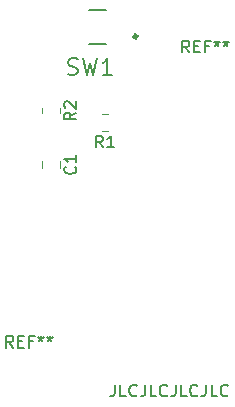
<source format=gbr>
%TF.GenerationSoftware,KiCad,Pcbnew,(6.0.0)*%
%TF.CreationDate,2022-06-01T12:39:38+01:00*%
%TF.ProjectId,shoulderButton,73686f75-6c64-4657-9242-7574746f6e2e,Rev1-F*%
%TF.SameCoordinates,Original*%
%TF.FileFunction,Legend,Top*%
%TF.FilePolarity,Positive*%
%FSLAX46Y46*%
G04 Gerber Fmt 4.6, Leading zero omitted, Abs format (unit mm)*
G04 Created by KiCad (PCBNEW (6.0.0)) date 2022-06-01 12:39:38*
%MOMM*%
%LPD*%
G01*
G04 APERTURE LIST*
%ADD10C,0.150000*%
%ADD11C,0.127000*%
%ADD12C,0.300000*%
%ADD13C,0.120000*%
G04 APERTURE END LIST*
D10*
X46434952Y-78446380D02*
X46434952Y-79160666D01*
X46387333Y-79303523D01*
X46292095Y-79398761D01*
X46149238Y-79446380D01*
X46054000Y-79446380D01*
X47387333Y-79446380D02*
X46911142Y-79446380D01*
X46911142Y-78446380D01*
X48292095Y-79351142D02*
X48244476Y-79398761D01*
X48101619Y-79446380D01*
X48006380Y-79446380D01*
X47863523Y-79398761D01*
X47768285Y-79303523D01*
X47720666Y-79208285D01*
X47673047Y-79017809D01*
X47673047Y-78874952D01*
X47720666Y-78684476D01*
X47768285Y-78589238D01*
X47863523Y-78494000D01*
X48006380Y-78446380D01*
X48101619Y-78446380D01*
X48244476Y-78494000D01*
X48292095Y-78541619D01*
X49006380Y-78446380D02*
X49006380Y-79160666D01*
X48958761Y-79303523D01*
X48863523Y-79398761D01*
X48720666Y-79446380D01*
X48625428Y-79446380D01*
X49958761Y-79446380D02*
X49482571Y-79446380D01*
X49482571Y-78446380D01*
X50863523Y-79351142D02*
X50815904Y-79398761D01*
X50673047Y-79446380D01*
X50577809Y-79446380D01*
X50434952Y-79398761D01*
X50339714Y-79303523D01*
X50292095Y-79208285D01*
X50244476Y-79017809D01*
X50244476Y-78874952D01*
X50292095Y-78684476D01*
X50339714Y-78589238D01*
X50434952Y-78494000D01*
X50577809Y-78446380D01*
X50673047Y-78446380D01*
X50815904Y-78494000D01*
X50863523Y-78541619D01*
X51577809Y-78446380D02*
X51577809Y-79160666D01*
X51530190Y-79303523D01*
X51434952Y-79398761D01*
X51292095Y-79446380D01*
X51196857Y-79446380D01*
X52530190Y-79446380D02*
X52054000Y-79446380D01*
X52054000Y-78446380D01*
X53434952Y-79351142D02*
X53387333Y-79398761D01*
X53244476Y-79446380D01*
X53149238Y-79446380D01*
X53006380Y-79398761D01*
X52911142Y-79303523D01*
X52863523Y-79208285D01*
X52815904Y-79017809D01*
X52815904Y-78874952D01*
X52863523Y-78684476D01*
X52911142Y-78589238D01*
X53006380Y-78494000D01*
X53149238Y-78446380D01*
X53244476Y-78446380D01*
X53387333Y-78494000D01*
X53434952Y-78541619D01*
X54149238Y-78446380D02*
X54149238Y-79160666D01*
X54101619Y-79303523D01*
X54006380Y-79398761D01*
X53863523Y-79446380D01*
X53768285Y-79446380D01*
X55101619Y-79446380D02*
X54625428Y-79446380D01*
X54625428Y-78446380D01*
X56006380Y-79351142D02*
X55958761Y-79398761D01*
X55815904Y-79446380D01*
X55720666Y-79446380D01*
X55577809Y-79398761D01*
X55482571Y-79303523D01*
X55434952Y-79208285D01*
X55387333Y-79017809D01*
X55387333Y-78874952D01*
X55434952Y-78684476D01*
X55482571Y-78589238D01*
X55577809Y-78494000D01*
X55720666Y-78446380D01*
X55815904Y-78446380D01*
X55958761Y-78494000D01*
X56006380Y-78541619D01*
%TO.C,SW1*%
X42476227Y-52170264D02*
X42676457Y-52237008D01*
X43010175Y-52237008D01*
X43143662Y-52170264D01*
X43210406Y-52103521D01*
X43277149Y-51970034D01*
X43277149Y-51836547D01*
X43210406Y-51703060D01*
X43143662Y-51636316D01*
X43010175Y-51569573D01*
X42743201Y-51502829D01*
X42609714Y-51436086D01*
X42542970Y-51369342D01*
X42476227Y-51235855D01*
X42476227Y-51102368D01*
X42542970Y-50968881D01*
X42609714Y-50902138D01*
X42743201Y-50835394D01*
X43076919Y-50835394D01*
X43277149Y-50902138D01*
X43744354Y-50835394D02*
X44078071Y-52237008D01*
X44345046Y-51235855D01*
X44612020Y-52237008D01*
X44945737Y-50835394D01*
X46213864Y-52237008D02*
X45412942Y-52237008D01*
X45813403Y-52237008D02*
X45813403Y-50835394D01*
X45679916Y-51035625D01*
X45546429Y-51169112D01*
X45412942Y-51235855D01*
%TO.C,C1*%
X43074142Y-59983666D02*
X43121761Y-60031285D01*
X43169380Y-60174142D01*
X43169380Y-60269380D01*
X43121761Y-60412238D01*
X43026523Y-60507476D01*
X42931285Y-60555095D01*
X42740809Y-60602714D01*
X42597952Y-60602714D01*
X42407476Y-60555095D01*
X42312238Y-60507476D01*
X42217000Y-60412238D01*
X42169380Y-60269380D01*
X42169380Y-60174142D01*
X42217000Y-60031285D01*
X42264619Y-59983666D01*
X43169380Y-59031285D02*
X43169380Y-59602714D01*
X43169380Y-59317000D02*
X42169380Y-59317000D01*
X42312238Y-59412238D01*
X42407476Y-59507476D01*
X42455095Y-59602714D01*
%TO.C,REF\u002A\u002A*%
X52732667Y-50314381D02*
X52399334Y-49838191D01*
X52161239Y-50314381D02*
X52161239Y-49314381D01*
X52542191Y-49314381D01*
X52637429Y-49362001D01*
X52685048Y-49409620D01*
X52732667Y-49504858D01*
X52732667Y-49647715D01*
X52685048Y-49742953D01*
X52637429Y-49790572D01*
X52542191Y-49838191D01*
X52161239Y-49838191D01*
X53161239Y-49790572D02*
X53494572Y-49790572D01*
X53637429Y-50314381D02*
X53161239Y-50314381D01*
X53161239Y-49314381D01*
X53637429Y-49314381D01*
X54399334Y-49790572D02*
X54066001Y-49790572D01*
X54066001Y-50314381D02*
X54066001Y-49314381D01*
X54542191Y-49314381D01*
X55066001Y-49314381D02*
X55066001Y-49552477D01*
X54827905Y-49457239D02*
X55066001Y-49552477D01*
X55304096Y-49457239D01*
X54923143Y-49742953D02*
X55066001Y-49552477D01*
X55208858Y-49742953D01*
X55827905Y-49314381D02*
X55827905Y-49552477D01*
X55589810Y-49457239D02*
X55827905Y-49552477D01*
X56066001Y-49457239D01*
X55685048Y-49742953D02*
X55827905Y-49552477D01*
X55970762Y-49742953D01*
%TO.C,R2*%
X43139380Y-55411666D02*
X42663190Y-55745000D01*
X43139380Y-55983095D02*
X42139380Y-55983095D01*
X42139380Y-55602142D01*
X42187000Y-55506904D01*
X42234619Y-55459285D01*
X42329857Y-55411666D01*
X42472714Y-55411666D01*
X42567952Y-55459285D01*
X42615571Y-55506904D01*
X42663190Y-55602142D01*
X42663190Y-55983095D01*
X42234619Y-55030714D02*
X42187000Y-54983095D01*
X42139380Y-54887857D01*
X42139380Y-54649761D01*
X42187000Y-54554523D01*
X42234619Y-54506904D01*
X42329857Y-54459285D01*
X42425095Y-54459285D01*
X42567952Y-54506904D01*
X43139380Y-55078333D01*
X43139380Y-54459285D01*
%TO.C,R1*%
X45426333Y-58363380D02*
X45093000Y-57887190D01*
X44854904Y-58363380D02*
X44854904Y-57363380D01*
X45235857Y-57363380D01*
X45331095Y-57411000D01*
X45378714Y-57458619D01*
X45426333Y-57553857D01*
X45426333Y-57696714D01*
X45378714Y-57791952D01*
X45331095Y-57839571D01*
X45235857Y-57887190D01*
X44854904Y-57887190D01*
X46378714Y-58363380D02*
X45807285Y-58363380D01*
X46093000Y-58363380D02*
X46093000Y-57363380D01*
X45997761Y-57506238D01*
X45902523Y-57601476D01*
X45807285Y-57649095D01*
%TO.C,REF\u002A\u002A*%
X37835667Y-75308381D02*
X37502334Y-74832191D01*
X37264239Y-75308381D02*
X37264239Y-74308381D01*
X37645191Y-74308381D01*
X37740429Y-74356001D01*
X37788048Y-74403620D01*
X37835667Y-74498858D01*
X37835667Y-74641715D01*
X37788048Y-74736953D01*
X37740429Y-74784572D01*
X37645191Y-74832191D01*
X37264239Y-74832191D01*
X38264239Y-74784572D02*
X38597572Y-74784572D01*
X38740429Y-75308381D02*
X38264239Y-75308381D01*
X38264239Y-74308381D01*
X38740429Y-74308381D01*
X39502334Y-74784572D02*
X39169001Y-74784572D01*
X39169001Y-75308381D02*
X39169001Y-74308381D01*
X39645191Y-74308381D01*
X40169001Y-74308381D02*
X40169001Y-74546477D01*
X39930905Y-74451239D02*
X40169001Y-74546477D01*
X40407096Y-74451239D01*
X40026143Y-74736953D02*
X40169001Y-74546477D01*
X40311858Y-74736953D01*
X40930905Y-74308381D02*
X40930905Y-74546477D01*
X40692810Y-74451239D02*
X40930905Y-74546477D01*
X41169001Y-74451239D01*
X40788048Y-74736953D02*
X40930905Y-74546477D01*
X41073762Y-74736953D01*
D11*
%TO.C,SW1*%
X45714791Y-49620000D02*
X44246791Y-49620000D01*
X44246791Y-46720000D02*
X45714791Y-46720000D01*
D12*
X48322210Y-48970000D02*
G75*
G03*
X48322210Y-48970000I-141419J0D01*
G01*
D13*
%TO.C,C1*%
X40302000Y-59555748D02*
X40302000Y-60078252D01*
X41772000Y-59555748D02*
X41772000Y-60078252D01*
%TO.C,R2*%
X40302000Y-55017936D02*
X40302000Y-55472064D01*
X41772000Y-55017936D02*
X41772000Y-55472064D01*
%TO.C,R1*%
X45820064Y-56996000D02*
X45365936Y-56996000D01*
X45820064Y-55526000D02*
X45365936Y-55526000D01*
%TD*%
M02*

</source>
